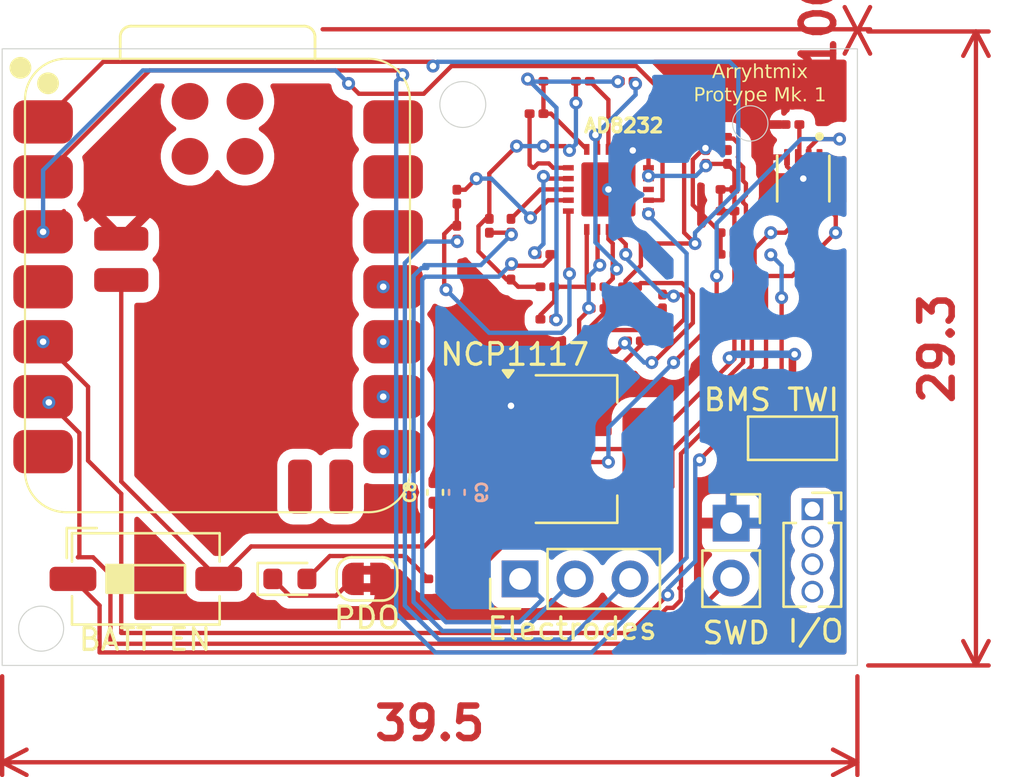
<source format=kicad_pcb>
(kicad_pcb (version 20241229) (generator "pcbnew") (generator_version "9.0")
  (layers (0 "F.Cu" signal) (4 "In1.Cu" signal) (6 "In2.Cu" signal) (2 "B.Cu" signal) (13 "F.Paste" user) (15 "B.Paste" user) (5 "F.SilkS" user "F.Silkscreen") (7 "B.SilkS" user "B.Silkscreen") (1 "F.Mask" user) (3 "B.Mask" user) (25 "Edge.Cuts" user))
  (net 0 "")
  (net 1 "Net-(U2-HPSENSE)")
  (net 2 "Net-(U2-HPDRIVE)")
  (net 3 "Net-(U2-RLDFB)")
  (net 4 "Net-(U2-RLD)")
  (net 5 "GND")
  (net 6 "+3V3")
  (net 7 "OUT")
  (net 8 "Net-(C5-Pad2)")
  (net 9 "Net-(U2-OPAMP+)")
  (net 10 "REFOUT")
  (net 11 "Net-(U2-SW)")
  (net 12 "Net-(D1-A)")
  (net 13 "Net-(D1-K)")
  (net 14 "Net-(J2-Pin_2)")
  (net 15 "Net-(J3-Pin_1)")
  (net 16 "Net-(J3-Pin_3)")
  (net 17 "Net-(R1-Pad1)")
  (net 18 "Net-(U2--IN)")
  (net 19 "Net-(U2-+IN)")
  (net 20 "Net-(R15-Pad1)")
  (net 21 "Net-(U2-OPAMP-)")
  (net 22 "BAT")
  (net 24 "LO+")
  (net 26 "LO-")
  (net 37 "Net-(J3-Pin_2)")
  (net 38 "Net-(JP2-B)")
  (net 39 "Net-(JP2-A)")
  (net 40 "SCL")
  (net 41 "SDA")
  (net 43 "Net-(J1-Pin_1)")
  (net 44 "Net-(J1-Pin_3)")
  (net 45 "Net-(J1-Pin_2)")
  (net 46 "Net-(J1-Pin_4)")
  (footprint "Resistor_SMD:R_0201_0603Metric" (layer "F.Cu") (at 141 53)
    (property "Reference" "R12" (hide yes))
    (property "Value" "100 kΩ")
  )
  (footprint "Resistor_SMD:R_0201_0603Metric" (layer "F.Cu") (at 147 48.5)
    (property "Reference" "R17" (hide yes))
    (property "Value" "0")
  )
  (footprint "AD8232:LFCSP_20" (layer "F.Cu") (at 141.5 46.5)
    (property "Reference" "U2" (hide yes))
    (property "Value" "AD8232")
    (property "VALUE" "AD8232ACPZ-R7" (hide yes))
  )
  (footprint "Capacitor_SMD:C_0402_1005Metric" (layer "F.Cu") (at 133.5 60.5 90)
    (property "Reference" "C8")
    (property "Value" "10 uF")
  )
  (footprint "Resistor_SMD:R_0201_0603Metric" (layer "F.Cu") (at 136 48.18 -90)
    (property "Reference" "R1" (hide yes))
    (property "Value" "10 mΩ")
  )
  (footprint "Resistor_SMD:R_0201_0603Metric" (layer "F.Cu") (at 137 50.345 90)
    (property "Reference" "R4" (hide yes))
    (property "Value" "10 mΩ")
  )
  (footprint "Capacitor_SMD:C_0201_0603Metric" (layer "F.Cu") (at 134.5 46.835 -90)
    (property "Reference" "C2" (hide yes))
    (property "Value" "1 nF")
  )
  (footprint "Resistor_SMD:R_0201_0603Metric" (layer "F.Cu") (at 138.5 49.5 180)
    (property "Reference" "R3" (hide yes))
    (property "Value" "180 kΩ")
  )
  (footprint "Jumper:SolderJumper-2_P1.3mm_Bridged2Bar_RoundedPad1.0x1.5mm" (layer "F.Cu") (at 130.35 64.5 180)
    (property "Reference" "PDO")
    (property "Value" "SolderJumper_2_Bridged")
  )
  (footprint "Resistor_SMD:R_0201_0603Metric" (layer "F.Cu") (at 138.68 52.5)
    (property "Reference" "R16" (hide yes))
    (property "Value" "1.4 mΩ")
  )
  (footprint "Resistor_SMD:R_0201_0603Metric" (layer "F.Cu") (at 147 46.5)
    (property "Reference" "R18" (hide yes))
    (property "Value" "DNP")
  )
  (footprint "Capacitor_SMD:C_0201_0603Metric" (layer "F.Cu") (at 142.5 51)
    (property "Reference" "C5" (hide yes))
    (property "Value" "1.5 nF")
  )
  (footprint "Resistor_SMD:R_0201_0603Metric" (layer "F.Cu") (at 144 51.68 -90)
    (property "Reference" "R9" (hide yes))
    (property "Value" "1 mΩ")
  )
  (footprint "Connector_PinSocket_1.27mm:PinSocket_1x04_P1.27mm_Vertical" (layer "F.Cu") (at 150.92 61.28)
    (property "Reference" "J1" (hide yes))
    (property "Value" "Conn_01x04_Socket")
  )
  (footprint "Resistor_SMD:R_0201_0603Metric" (layer "F.Cu") (at 140.32 41.5 180)
    (property "Reference" "R10" (hide yes))
    (property "Value" "0")
  )
  (footprint "Resistor_SMD:R_0201_0603Metric" (layer "F.Cu") (at 133.5 64.5)
    (property "Reference" "R19" (hide yes))
    (property "Value" "1k")
  )
  (footprint "Button_Switch_SMD:SW_DIP_SPSTx01_Slide_6.7x4.1mm_W6.73mm_P2.54mm_LowProfile_JPin" (layer "F.Cu") (at 120.135 64.5)
    (property "Reference" "SW1" (hide yes))
    (property "Value" "Battery")
  )
  (footprint "Resistor_SMD:R_0201_0603Metric" (layer "F.Cu") (at 137 48.18 90)
    (property "Reference" "R2" (hide yes))
    (property "Value" "180 kΩ")
  )
  (footprint "Capacitor_SMD:C_0201_0603Metric" (layer "F.Cu") (at 150 43.5)
    (property "Reference" "C10" (hide yes))
    (property "Value" "0.1 uF")
  )
  (footprint "Resistor_SMD:R_0201_0603Metric" (layer "F.Cu") (at 147 49.5 180)
    (property "Reference" "R7" (hide yes))
    (property "Value" "10 mΩ")
  )
  (footprint "LED_SMD:LED_0603_1608Metric" (layer "F.Cu") (at 126.7875 64.5)
    (property "Reference" "D1" (hide yes))
    (property "Value" "LED")
  )
  (footprint "Capacitor_SMD:C_0201_0603Metric" (layer "F.Cu") (at 141 52 180)
    (property "Reference" "C6" (hide yes))
    (property "Value" "10 nF")
  )
  (footprint "Resistor_SMD:R_0201_0603Metric" (layer "F.Cu") (at 142.68 53.5)
    (property "Reference" "R13" (hide yes))
    (property "Value" "1 mΩ")
  )
  (footprint "Resistor_SMD:R_0201_0603Metric" (layer "F.Cu") (at 141 54 180)
    (property "Reference" "R14" (hide yes))
    (property "Value" "1 mΩ")
  )
  (footprint "Resistor_SMD:R_0201_0603Metric" (layer "F.Cu") (at 138.18 41.5 180)
    (property "Reference" "R5" (hide yes))
    (property "Value" "10 mΩ")
  )
  (footprint "Capacitor_SMD:C_0201_0603Metric" (layer "F.Cu") (at 147 45 -90)
    (property "Reference" "C4" (hide yes))
    (property "Value" "0.1 uF")
  )
  (footprint "Capacitor_SMD:C_0201_0603Metric" (layer "F.Cu") (at 141 51)
    (property "Reference" "C7" (hide yes))
    (property "Value" "0.33 uF")
  )
  (footprint "Connector_PinHeader_2.54mm:PinHeader_1x03_P2.54mm_Vertical" (layer "F.Cu") (at 137.42 64.5 90)
    (property "Reference" "J3" (hide yes))
    (property "Value" "Conn_01x03_Pin")
  )
  (footprint "Capacitor_SMD:C_0201_0603Metric" (layer "F.Cu") (at 138.18 43)
    (property "Reference" "C1" (hide yes))
    (property "Value" "0.33 uF")
  )
  (footprint "Resistor_SMD:R_0201_0603Metric" (layer "F.Cu") (at 147 47.5)
    (property "Reference" "R6" (hide yes))
    (property "Value" "10 mΩ")
  )
  (footprint "Resistor_SMD:R_0201_0603Metric" (layer "F.Cu") (at 134.5 48.5 90)
    (property "Reference" "R8" (hide yes))
    (property "Value" "360 k")
  )
  (footprint "Package_TO_SOT_SMD:SOT-223-3_TabPin2" (layer "F.Cu") (at 140 58.5)
    (property "Reference" "U3" (hide yes))
    (property "Value" "NCP1117")
  )
  (footprint "Capacitor_SMD:C_0201_0603Metric" (layer "F.Cu") (at 146 45 -90)
    (property "Reference" "C3" (hide yes))
    (property "Value" "0.1 uF")
  )
  (footprint "Resistor_SMD:R_0201_0603Metric" (layer "F.Cu") (at 138.68 51)
    (property "Reference" "R11" (hide yes))
    (property "Value" "DNP")
  )
  (footprint "Connector_PinSocket_2.54mm:PinSocket_1x02_P2.54mm_Vertical" (layer "F.Cu") (at 147.17 61.92)
    (property "Reference" "J2" (hide yes))
    (property "Value" "Conn_01x02_Socket")
  )
  (footprint "Resistor_SMD:R_0201_0603Metric" (layer "F.Cu") (at 142.345 41.5)
    (property "Reference" "R15" (hide yes))
    (property "Value" "10 mΩ")
  )
  (footprint "Jumper:SolderJumper-3_P1.3mm_Open_Pad1.0x1.5mm_NumberLabels" (layer "F.Cu") (at 150 58)
    (property "Reference" "BMS TWI")
    (property "Value" "SolderJumper_3_Bridged123")
  )
  (footprint "Seeed Studio XIAO Series Library:XIAO-nRF52840-SMD" (layer "F.Cu") (at 123.5 51)
    (property "Reference" "U1" (hide yes))
    (property "Value" "XIAO-nRF52840-SMD")
  )
  (footprint "MAX17048G_T10:SON50P200X200X80-9N" (layer "F.Cu") (at 150.5 46 -90)
    (property "Reference" "U4" (hide yes))
    (property "Value" "MAX17048G_T10")
  )
  (footprint "Capacitor_SMD:C_0402_1005Metric" (layer "B.Cu") (at 134.5 60.5 90)
    (property "Reference" "C9")
    (property "Value" "10 uF")
  )
  (gr_circle (center 115.3 66.8) (end 114.825 65.875) (stroke (width 0.05)) (fill no) (layer "Edge.Cuts"))
  (gr_rect (start 113.5 40) (end 153 68.5) (stroke (width 0.05)) (fill no) (layer "Edge.Cuts"))
  (gr_circle (center 148.05 43.45) (end 147.3 43.125) (stroke (width 0.05)) (fill no) (layer "Edge.Cuts"))
  (gr_circle (center 134.775 42.575) (end 135.825 42.425) (stroke (width 0.05)) (fill no) (layer "Edge.Cuts"))
  (gr_text "BATT EN\n" (at 120.1 67.3 0) (layer "F.SilkS") (effects (font (size 1 1))))
  (gr_text "Electrodes\n" (at 139.825 66.8 0) (layer "F.SilkS") (effects (font (size 1 1))))
  (gr_text "Arryhtmix\nProtype Mk. 1\n" (at 148.5 41.625 0) (layer "F.SilkS") (effects (font (size 0.64 0.64))))
  (gr_text "SWD\n" (at 147.4 67 0) (layer "F.SilkS") (effects (font (size 1 1))))
  (gr_text "I/O\n\n" (at 151.075 67.725 0) (layer "F.SilkS") (effects (font (size 1 1))))
  (dimension (type orthogonal) (layer "F.Cu") (pts (xy 127.802524 39.099476) (xy 153 39.2)) (height 25.197476) (orientation 1) (format (prefix "") (suffix "") (units 3) (units_format 0) (precision 4) (suppress_zeroes yes)) (style (thickness 0.2) (arrow_length 1.27) (text_position_mode 0) (arrow_direction outward) (extension_height 0.58642) (extension_offset 0.5) (keep_text_aligned yes)) (gr_text "0.1005" (at 151.2 39.149738 90) (layer "F.Cu") (effects (font (size 1.5 1.5) (thickness 0.3)))))
  (dimension (type orthogonal) (layer "F.Cu") (pts (xy 153 68.5) (xy 153 39.2)) (height 5.475) (orientation 1) (format (prefix "") (suffix "") (units 3) (units_format 0) (precision 4) (suppress_zeroes yes)) (style (thickness 0.2) (arrow_length 1.27) (text_position_mode 0) (arrow_direction outward) (extension_height 0.58642) (extension_offset 0.5) (keep_text_aligned yes)) (gr_text "29.3" (at 156.675 53.85 90) (layer "F.Cu") (effects (font (size 1.5 1.5) (thickness 0.3)))))
  (dimension (type orthogonal) (layer "F.Cu") (pts (xy 153 68.5) (xy 113.5 68.5)) (height 4.475) (orientation 0) (format (prefix "") (suffix "") (units 3) (units_format 0) (precision 4) (suppress_zeroes yes)) (style (thickness 0.2) (arrow_length 1.27) (text_position_mode 0) (arrow_direction outward) (extension_height 0.58642) (extension_offset 0.5) (keep_text_aligned yes)) (gr_text "39.5" (at 133.25 71.175 0) (layer "F.Cu") (effects (font (size 1.5 1.5) (thickness 0.3)))))
  (segment (start 138.85 43) (end 140.5 44.65) (width 0.2) (layer "F.Cu") (net 1))
  (segment (start 138.5 41.5) (end 138.5 43) (width 0.2) (layer "F.Cu") (net 1))
  (segment (start 138.5 43) (end 138.85 43) (width 0.2) (layer "F.Cu") (net 1))
  (segment (start 138.251057 45.299) (end 138.748943 45.299) (width 0.2) (layer "F.Cu") (net 2))
  (segment (start 138.949943 45.5) (end 139.65 45.5) (width 0.2) (layer "F.Cu") (net 2))
  (segment (start 137.86 45.36) (end 138 45.5) (width 0.2) (layer "F.Cu") (net 2))
  (segment (start 137.86 43) (end 137.86 45.36) (width 0.2) (layer "F.Cu") (net 2))
  (segment (start 138.748943 45.299) (end 138.949943 45.5) (width 0.2) (layer "F.Cu") (net 2))
  (segment (start 138.050057 45.5) (end 138.251057 45.299) (width 0.2) (layer "F.Cu") (net 2))
  (segment (start 138 45.5) (end 138.050057 45.5) (width 0.2) (layer "F.Cu") (net 2))
  (segment (start 137.9 47.808528) (end 138.708528 47) (width 0.2) (layer "F.Cu") (net 3))
  (segment (start 134.885 46.515) (end 135.4 46) (width 0.2) (layer "F.Cu") (net 3))
  (segment (start 134.5 46.515) (end 134.885 46.515) (width 0.2) (layer "F.Cu") (net 3))
  (segment (start 138.708528 47) (end 139.65 47) (width 0.2) (layer "F.Cu") (net 3))
  (via (at 137.9 47.808528) (size 0.6) (drill 0.3) (layers "F.Cu" "B.Cu") (net 3))
  (via (at 135.4 46) (size 0.6) (drill 0.3) (layers "F.Cu" "B.Cu") (net 3))
  (segment (start 136.091472 46) (end 137.9 47.808528) (width 0.2) (layer "B.Cu") (net 3))
  (segment (start 135.4 46) (end 136.091472 46) (width 0.2) (layer "B.Cu") (net 3))
  (segment (start 139.65 50.349) (end 139.701 50.4) (width 0.2) (layer "F.Cu") (net 4))
  (segment (start 133.916958 51.050508) (end 133.916958 48.563043) (width 0.2) (layer "F.Cu") (net 4))
  (segment (start 134 51.13355) (end 133.916958 51.050508) (width 0.2) (layer "F.Cu") (net 4))
  (segment (start 134.300001 48.18) (end 134.5 48.18) (width 0.2) (layer "F.Cu") (net 4))
  (segment (start 134.5 47.155) (end 134.5 48.18) (width 0.2) (layer "F.Cu") (net 4))
  (segment (start 139.65 47.5) (end 139.65 50.349) (width 0.2) (layer "F.Cu") (net 4))
  (segment (start 133.916958 48.563043) (end 134.300001 48.18) (width 0.2) (layer "F.Cu") (net 4))
  (via (at 139.701 50.4) (size 0.6) (drill 0.3) (layers "F.Cu" "B.Cu") (net 4))
  (via (at 134 51.13355) (size 0.6) (drill 0.3) (layers "F.Cu" "B.Cu") (net 4))
  (segment (start 139.338943 53.125884) (end 135.992334 53.125884) (width 0.2) (layer "B.Cu") (net 4))
  (segment (start 135.992334 53.125884) (end 134 51.13355) (width 0.2) (layer "B.Cu") (net 4))
  (segment (start 139.701 52.763827) (end 139.338943 53.125884) (width 0.2) (layer "B.Cu") (net 4))
  (segment (start 139.701 50.4) (end 139.701 52.763827) (width 0.2) (layer "B.Cu") (net 4))
  (segment (start 149.75 45.436842) (end 150.313158 46) (width 0.2) (layer "F.Cu") (net 5))
  (segment (start 151.25 45.436842) (end 150.686842 46) (width 0.2) (layer "F.Cu") (net 5))
  (segment (start 145.93013 44.59) (end 145.982042 44.59) (width 0.2) (layer "F.Cu") (net 5))
  (segment (start 136.85 56.2) (end 136.85 56.35) (width 0.2) (layer "F.Cu") (net 5))
  (segment (start 150.686842 46) (end 150.5 46) (width 0.2) (layer "F.Cu") (net 5))
  (segment (start 136.85 56.35) (end 137 56.5) (width 0.2) (layer "F.Cu") (net 5))
  (segment (start 151.25 45.015) (end 151.25 45.436842) (width 0.2) (layer "F.Cu") (net 5))
  (segment (start 150.313158 46) (end 150.5 46) (width 0.2) (layer "F.Cu") (net 5))
  (segment (start 142.5 45.5) (end 142.5 44.65) (width 0.2) (layer "F.Cu") (net 5))
  (segment (start 141.5 46.5) (end 142.5 45.5) (width 0.2) (layer "F.Cu") (net 5))
  (segment (start 149.75 45.015) (end 149.75 45.436842) (width 0.2) (layer "F.Cu") (net 5))
  (segment (start 150.5 46.207092) (end 150.239 46.468092) (width 0.35) (layer "F.Cu") (net 5))
  (segment (start 145.398912 47.218912) (end 145.398912 45.121218) (width 0.2) (layer "F.Cu") (net 5))
  (segment (start 146.68 49.5) (end 146.68 48.5) (width 0.2) (layer "F.Cu") (net 5))
  (segment (start 145.398912 45.121218) (end 145.93013 44.59) (width 0.2) (layer "F.Cu") (net 5))
  (segment (start 146.68 48.5) (end 145.398912 47.218912) (width 0.2) (layer "F.Cu") (net 5))
  (segment (start 150.5 46) (end 150.5 46.207092) (width 0.35) (layer "F.Cu") (net 5))
  (via (at 142.625002 44.699) (size 0.6) (drill 0.3) (layers "F.Cu" "B.Cu") (net 5))
  (via (at 137 56.5) (size 0.6) (drill 0.3) (layers "F.Cu" "B.Cu") (net 5))
  (via (at 141.5 46.5) (size 0.6) (drill 0.3) (layers "F.Cu" "B.Cu") (net 5))
  (via (at 150.5 46) (size 0.6) (drill 0.3) (layers "F.Cu" "B.Cu") (net 5))
  (via (at 145.982042 44.59) (size 0.6) (drill 0.3) (layers "F.Cu" "B.Cu") (net 5))
  (segment (start 147.32 49.5) (end 147.32 47.5) (width 0.2) (layer "F.Cu") (net 6))
  (segment (start 147.32 46.5) (end 147.32 45.64) (width 0.2) (layer "F.Cu") (net 6))
  (segment (start 146.68 46.5) (end 147.32 46.5) (width 0.2) (layer "F.Cu") (net 6))
  (segment (start 147.32 45.64) (end 147 45.32) (width 0.2) (layer "F.Cu") (net 6))
  (segment (start 142 44.65) (end 142 44.173) (width 0.2) (layer "F.Cu") (net 6))
  (segment (start 143.35 45.5) (end 143.35 46) (width 0.2) (layer "F.Cu") (net 6))
  (segment (start 147.32 54.33) (end 147.32 49.5) (width 0.2) (layer "F.Cu") (net 6))
  (segment (start 142.926 44.099) (end 143.35 44.523) (width 0.2) (layer "F.Cu") (net 6))
  (segment (start 136.85 58.63) (end 136.85 58.5) (width 0.2) (layer "F.Cu") (net 6))
  (segment (start 143.35 45.5) (end 143.35 45.874998) (width 0.2) (layer "F.Cu") (net 6))
  (segment (start 143.15 58.5) (end 147.32 54.33) (width 0.2) (layer "F.Cu") (net 6))
  (segment (start 142.074 44.099) (end 142.926 44.099) (width 0.2) (layer "F.Cu") (net 6))
  (segment (start 147 45.32) (end 146 45.32) (width 0.2) (layer "F.Cu") (net 6))
  (segment (start 134.5 60.98) (end 136.85 58.63) (width 0.2) (layer "F.Cu") (net 6))
  (segment (start 150 54.22) (end 150.1 54.12) (width 0.35) (layer "F.Cu") (net 6))
  (segment (start 141.5 42.36) (end 141.5 44.65) (width 0.2) (layer "F.Cu") (net 6))
  (segment (start 146.68 47.5) (end 146.68 46.5) (width 0.2) (layer "F.Cu") (net 6))
  (segment (start 150 58) (end 150 54.22) (width 0.35) (layer "F.Cu") (net 6))
  (segment (start 146.68 47.5) (end 147.32 47.5) (width 0.2) (layer "F.Cu") (net 6))
  (segment (start 147.32 47.5) (end 147.32 46.5) (width 0.2) (layer "F.Cu") (net 6))
  (segment (start 140.64 41.5) (end 141.5 42.36) (width 0.2) (layer "F.Cu") (net 6))
  (segment (start 141.5 44.65) (end 142 44.65) (width 0.2) (layer "F.Cu") (net 6))
  (segment (start 143.15 58.5) (end 136.85 58.5) (width 0.2) (layer "F.Cu") (net 6))
  (segment (start 142 44.173) (end 142.074 44.099) (width 0.2) (layer "F.Cu") (net 6))
  (segment (start 143.35 44.523) (end 143.35 45.5) (width 0.2) (layer "F.Cu") (net 6))
  (via (at 143.35 45.874998) (size 0.6) (drill 0.3) (layers "F.Cu" "B.Cu") (net 6))
  (via (at 147.079785 54.288785) (size 0.6) (drill 0.3) (layers "F.Cu" "B.Cu") (net 6))
  (via (at 150.1 54.12) (size 0.6) (drill 0.3) (layers "F.Cu" "B.Cu") (net 6))
  (via (at 145.999912 45.41) (size 0.6) (drill 0.3) (layers "F.Cu" "B.Cu") (net 6))
  (segment (start 145.534914 45.874998) (end 145.999912 45.41) (width 0.2) (layer "B.Cu") (net 6))
  (segment (start 147.24857 54.12) (end 147.079785 54.288785) (width 0.35) (layer "B.Cu") (net 6))
  (segment (start 143.35 45.874998) (end 145.534914 45.874998) (width 0.2) (layer "B.Cu") (net 6))
  (segment (start 150.1 54.12) (end 147.24857 54.12) (width 0.35) (layer "B.Cu") (net 6))
  (segment (start 145.733099 43.989) (end 144.997912 44.724187) (width 0.2) (layer "F.Cu") (net 7))
  (segment (start 147.721 49.89887) (end 147.851 49.76887) (width 0.2) (layer "F.Cu") (net 7))
  (segment (start 147.851 47.23113) (end 147.721 47.10113) (width 0.2) (layer "F.Cu") (net 7))
  (segment (start 142.18 51) (end 142.289 50.891) (width 0.2) (layer "F.Cu") (net 7))
  (segment (start 144.997912 44.724187) (end 144.997912 48.497912) (width 0.2) (layer "F.Cu") (net 7))
  (segment (start 147.10887 43.989) (end 145.733099 43.989) (width 0.2) (layer "F.Cu") (net 7))
  (segment (start 144.997912 48.497912) (end 145.5 49) (width 0.2) (layer "F.Cu") (net 7))
  (segment (start 142.304971 60.695029) (end 142.310942 60.701) (width 0.2) (layer "F.Cu") (net 7))
  (segment (start 133.82 64.5) (end 135.106008 64.5) (width 0.2) (layer "F.Cu") (net 7))
  (segment (start 147.851 48.76887) (end 147.851 48.23113) (width 0.2) (layer "F.Cu") (net 7))
  (segment (start 144.451 58.549) (end 146.5 56.5) (width 0.2) (layer "F.Cu") (net 7))
  (segment (start 146.5 56.5) (end 146.5 55.7171) (width 0.2) (layer "F.Cu") (net 7))
  (segment (start 147.47987 45) (end 147.501 44.97887) (width 0.2) (layer "F.Cu") (net 7))
  (segment (start 142 61) (end 142.304971 60.695029) (width 0.2) (layer "F.Cu") (net 7))
  (segment (start 138.606008 61) (end 142 61) (width 0.2) (layer "F.Cu") (net 7))
  (segment (start 142.18 51.199999) (end 142.18 51) (width 0.2) (layer "F.Cu") (net 7))
  (segment (start 147.721 46.89887) (end 147.851 46.76887) (width 0.2) (layer "F.Cu") (net 7))
  (segment (start 142.289 50.73113) (end 143 50.02013) (width 0.2) (layer "F.Cu") (net 7))
  (segment (start 143 49) (end 143 48.85) (width 0.2) (layer "F.Cu") (net 7))
  (segment (start 147.721 48.10113) (end 147.721 47.89887) (width 0.2) (layer "F.Cu") (net 7))
  (segment (start 147.26887 44.149) (end 146.94887 44.149) (width 0.2) (layer "F.Cu") (net 7))
  (segment (start 147.851 48.23113) (end 147.721 48.10113) (width 0.2) (layer "F.Cu") (net 7))
  (segment (start 144 52) (end 142.980001 52) (width 0.2) (layer "F.Cu") (net 7))
  (segment (start 133.399 40.601) (end 133.399 40.8) (width 0.2) (layer "F.Cu") (net 7))
  (segment (start 147.851 46.76887) (end 147.851 46.23113) (width 0.2) (layer "F.Cu") (net 7))
  (segment (start 144.451 60.239058) (end 144.451 58.549) (width 0.2) (layer "F.Cu") (net 7))
  (segment (start 143 50.02013) (end 143 49) (width 0.2) (layer "F.Cu") (net 7))
  (segment (start 143.989058 60.701) (end 144.451 60.239058) (width 0.2) (layer "F.Cu") (net 7))
  (segment (start 142.310942 60.701) (end 143.989058 60.701) (width 0.2) (layer "F.Cu") (net 7))
  (segment (start 147.721 54.4961) (end 147.721 49.89887) (width 0.2) (layer "F.Cu") (net 7))
  (segment (start 146.5 55.7171) (end 147.721 54.4961) (width 0.2) (layer "F.Cu") (net 7))
  (segment (start 147.501 45.02113) (end 147.47987 45) (width 0.2) (layer "F.Cu") (net 7))
  (segment (start 147.501 44.97887) (end 147.501 44.38113) (width 0.2) (layer "F.Cu") (net 7))
  (segment (start 145.5 49) (end 143 49) (width 0.2) (layer "F.Cu") (net 7))
  (segment (start 146.94887 44.149) (end 147.10887 43.989) (width 0.2) (layer "F.Cu") (net 7))
  (segment (start 142.980001 52) (end 142.18 51.199999) (width 0.2) (layer "F.Cu") (net 7))
  (segment (start 143 48.85) (end 142.5 48.35) (width 0.2) (layer "F.Cu") (net 7))
  (segment (start 147.721 48.89887) (end 147.851 48.76887) (width 0.2) (layer "F.Cu") (net 7))
  (segment (start 147.721 47.10113) (end 147.721 46.89887) (width 0.2) (layer "F.Cu") (net 7))
  (segment (start 147.721 47.89887) (end 147.851 47.76887) (width 0.2) (layer "F.Cu") (net 7))
  (segment (start 147.721 45.4739) (end 147.501 45.2539) (width 0.2) (layer "F.Cu") (net 7))
  (segment (start 147.851 49.76887) (end 147.851 49.23113) (width 0.2) (layer "F.Cu") (net 7))
  (segment (start 142.289 50.891) (end 142.289 50.73113) (width 0.2) (layer "F.Cu") (net 7))
  (segment (start 147.851 49.23113) (end 147.721 49.10113) (width 0.2) (layer "F.Cu") (net 7))
  (segment (start 135.106008 64.5) (end 138.606008 61) (width 0.2) (layer "F.Cu") (net 7))
  (segment (start 147.851 46.23113) (end 147.721 46.10113) (width 0.2) (layer "F.Cu") (net 7))
  (segment (start 115.39 43.38) (end 118.169 40.601) (width 0.2) (layer "F.Cu") (net 7))
  (segment (start 147.501 45.2539) (end 147.501 45.02113) (width 0.2) (layer "F.Cu") (net 7))
  (segment (start 147.501 44.38113) (end 147.26887 44.149) (width 0.2) (layer "F.Cu") (net 7))
  (segment (start 147.721 49.10113) (end 147.721 48.89887) (width 0.2) (layer "F.Cu") (net 7))
  (segment (start 147.721 46.10113) (end 147.721 45.4739) (width 0.2) (layer "F.Cu") (net 7))
  (segment (start 147.851 47.76887) (end 147.851 47.23113) (width 0.2) (layer "F.Cu") (net 7))
  (segment (start 118.169 40.601) (end 133.399 40.601) (width 0.2) (layer "F.Cu") (net 7))
  (via (at 145.5 49) (size 0.6) (drill 0.3) (layers "F.Cu" "B.Cu") (net 7))
  (via (at 133.399 40.8) (size 0.6) (drill 0.3) (layers "F.Cu" "B.Cu") (net 7))
  (segment (start 145.5 48.5) (end 145.5 49) (width 0.2) (layer "B.Cu") (net 7))
  (segment (start 147.5 46.5) (end 145.5 48.5) (width 0.2) (layer "B.Cu") (net 7))
  (segment (start 133.598 40.601) (end 147.101 40.601) (width 0.2) (layer "B.Cu") (net 7))
  (segment (start 133.399 40.8) (end 133.598 40.601) (width 0.2) (layer "B.Cu") (net 7))
  (segment (start 147.5 41) (end 147.5 46.5) (width 0.2) (layer "B.Cu") (net 7))
  (segment (start 147.101 40.601) (end 147.5 41) (width 0.2) (layer "B.Cu") (net 7))
  (segment (start 143.5671 54.5) (end 143.5 54.5) (width 0.2) (layer "F.Cu") (net 8))
  (segment (start 141.32 54) (end 141.86 54) (width 0.2) (layer "F.Cu") (net 8))
  (segment (start 142.991 50.829) (end 144.8961 50.829) (width 0.2) (layer "F.Cu") (net 8))
  (segment (start 145.401 51.3339) (end 145.401 52.6661) (width 0.2) (layer "F.Cu") (net 8))
  (segment (start 142.82 51) (end 142.991 50.829) (width 0.2) (layer "F.Cu") (net 8))
  (segment (start 145.401 52.6661) (end 143.5671 54.5) (width 0.2) (layer "F.Cu") (net 8))
  (segment (start 141.86 54) (end 142.36 53.5) (width 0.2) (layer "F.Cu") (net 8))
  (segment (start 144.8961 50.829) (end 145.401 51.3339) (width 0.2) (layer "F.Cu") (net 8))
  (via (at 143.5 54.5) (size 0.6) (drill 0.3) (layers "F.Cu" "B.Cu") (net 8))
  (via (at 142.251472 53.6) (size 0.6) (drill 0.3) (layers "F.Cu" "B.Cu") (net 8))
  (segment (start 143.5 54.5) (end 143.151472 54.5) (width 0.2) (layer "B.Cu") (net 8))
  (segment (start 143.151472 54.5) (end 142.251472 53.6) (width 0.2) (layer "B.Cu") (net 8))
  (segment (start 141 48.35) (end 141 49.9) (width 0.2) (layer "F.Cu") (net 9))
  (segment (start 140.38013 54.5) (end 142.199999 54.5) (width 0.2) (layer "F.Cu") (net 9))
  (segment (start 143 53.699999) (end 143 53.5) (width 0.2) (layer "F.Cu") (net 9))
  (segment (start 141 49.9) (end 141.1 50) (width 0.2) (layer "F.Cu") (net 9))
  (segment (start 140.68 52) (end 140.149 52.531) (width 0.2) (layer "F.Cu") (net 9))
  (segment (start 140.149 52.531) (end 140.149 54.26887) (width 0.2) (layer "F.Cu") (net 9))
  (segment (start 142.199999 54.5) (end 143 53.699999) (width 0.2) (layer "F.Cu") (net 9))
  (segment (start 140.149 54.26887) (end 140.38013 54.5) (width 0.2) (layer "F.Cu") (net 9))
  (via (at 140.59 51.975116) (size 0.6) (drill 0.3) (layers "F.Cu" "B.Cu") (net 9))
  (via (at 141.1 50) (size 0.6) (drill 0.3) (layers "F.Cu" "B.Cu") (net 9))
  (segment (start 141.1 50) (end 140.59 50.51) (width 0.2) (layer "B.Cu") (net 9))
  (segment (start 140.59 50.51) (end 140.59 51.975116) (width 0.2) (layer "B.Cu") (net 9))
  (segment (start 141.701 50.619) (end 141.701 49.001) (width 0.2) (layer "F.Cu") (net 10))
  (segment (start 141 44.082418) (end 141 44.65) (width 0.2) (layer "F.Cu") (net 10))
  (segment (start 141.5 48.8) (end 141.5 48.35) (width 0.2) (layer "F.Cu") (net 10))
  (segment (start 142.665 41.529816) (end 142.754903 41.619719) (width 0.2) (layer "F.Cu") (net 10))
  (segment (start 140.9 43.982418) (end 141 44.082418) (width 0.2) (layer "F.Cu") (net 10))
  (segment (start 141.701 49.001) (end 141.5 48.8) (width 0.2) (layer "F.Cu") (net 10))
  (segment (start 140.68 52.84013) (end 140.68 54) (width 0.2) (layer "F.Cu") (net 10))
  (segment (start 141.32 52) (end 141.32 52.20013) (width 0.2) (layer "F.Cu") (net 10))
  (segment (start 141.32 51) (end 141.701 50.619) (width 0.2) (layer "F.Cu") (net 10))
  (segment (start 142.665 41.5) (end 142.665 41.529816) (width 0.2) (layer "F.Cu") (net 10))
  (segment (start 141.32 52) (end 141.32 51) (width 0.2) (layer "F.Cu") (net 10))
  (segment (start 141.32 52.20013) (end 140.68 52.84013) (width 0.2) (layer "F.Cu") (net 10))
  (via (at 140.9 43.982418) (size 0.6) (drill 0.3) (layers "F.Cu" "B.Cu") (net 10))
  (via (at 141.879497 50.179956) (size 0.6) (drill 0.3) (layers "F.Cu" "B.Cu") (net 10))
  (via (at 142.754903 41.619719) (size 0.6) (drill 0.3) (layers "F.Cu" "B.Cu") (net 10))
  (segment (start 141.879497 49.929554) (end 141.879497 50.179956) (width 0.2) (layer "B.Cu") (net 10))
  (segment (start 142.754903 42.127515) (end 140.9 43.982418) (width 0.2) (layer "B.Cu") (net 10))
  (segment (start 140.9 43.982418) (end 140.9 48.950057) (width 0.2) (layer "B.Cu") (net 10))
  (segment (start 140.9 48.950057) (end 141.879497 49.929554) (width 0.2) (layer "B.Cu") (net 10))
  (segment (start 142.754903 41.619719) (end 142.754903 42.127515) (width 0.2) (layer "B.Cu") (net 10))
  (segment (start 140.5 50.82) (end 140.5 48.35) (width 0.2) (layer "F.Cu") (net 11))
  (segment (start 140.68 51) (end 140.5 50.82) (width 0.2) (layer "F.Cu") (net 11))
  (segment (start 138.36 52.300001) (end 139 51.660001) (width 0.2) (layer "F.Cu") (net 11))
  (segment (start 138.36 52.5) (end 138.36 52.300001) (width 0.2) (layer "F.Cu") (net 11))
  (segment (start 139 51.660001) (end 139 51) (width 0.2) (layer "F.Cu") (net 11))
  (segment (start 140.68 51) (end 139 51) (width 0.2) (layer "F.Cu") (net 11))
  (segment (start 128.631 63.444) (end 132.124 63.444) (width 0.2) (layer "F.Cu") (net 12))
  (segment (start 127.575 64.5) (end 128.631 63.444) (width 0.2) (layer "F.Cu") (net 12))
  (segment (start 132.124 63.444) (end 133.18 64.5) (width 0.2) (layer "F.Cu") (net 12))
  (segment (start 126.776 65.276) (end 128.924 65.276) (width 0.2) (layer "F.Cu") (net 13))
  (segment (start 126 64.5) (end 126.776 65.276) (width 0.2) (layer "F.Cu") (net 13))
  (segment (start 128.924 65.276) (end 129.7 64.5) (width 0.2) (layer "F.Cu") (net 13))
  (segment (start 146.021 67.899) (end 118 67.899) (width 0.2) (layer "F.Cu") (net 14))
  (segment (start 146.021 67.899) (end 146.021 65.609) (width 0.2) (layer "F.Cu") (net 14))
  (segment (start 118 65.73) (end 116.77 64.5) (width 0.2) (layer "F.Cu") (net 14))
  (segment (start 146.021 65.609) (end 147.17 64.46) (width 0.2) (layer "F.Cu") (net 14))
  (segment (start 118 67.899) (end 118 65.73) (width 0.2) (layer "F.Cu") (net 14))
  (segment (start 137 50.025) (end 138.494999 50.025) (width 0.2) (layer "F.Cu") (net 15))
  (segment (start 138.82 49.699999) (end 138.82 49.5) (width 0.2) (layer "F.Cu") (net 15))
  (segment (start 138.494999 50.025) (end 138.82 49.699999) (width 0.2) (layer "F.Cu") (net 15))
  (via (at 137.027556 49.935) (size 0.6) (drill 0.3) (layers "F.Cu" "B.Cu") (net 15))
  (segment (start 137.3929 66.5) (end 134 66.5) (width 0.2) (layer "B.Cu") (net 15))
  (segment (start 132.901 65.401) (end 132.901 50.6661) (width 0.2) (layer "B.Cu") (net 15))
  (segment (start 134 66.5) (end 132.901 65.401) (width 0.2) (layer "B.Cu") (net 15))
  (segment (start 136.429006 50.53355) (end 137.027556 49.935) (width 0.2) (layer "B.Cu") (net 15))
  (segment (start 132.901 50.6661) (end 133.03355 50.53355) (width 0.2) (layer "B.Cu") (net 15))
  (segment (start 138.44645 65.44645) (end 137.3929 66.5) (width 0.2) (layer "B.Cu") (net 15))
  (segment (start 137.5 64.5) (end 138.44645 65.44645) (width 0.2) (layer "B.Cu") (net 15))
  (segment (start 133.03355 50.53355) (end 136.429006 50.53355) (width 0.2) (layer "B.Cu") (net 15))
  (segment (start 137.42 64.5) (end 137.5 64.5) (width 0.2) (layer "B.Cu") (net 15))
  (via (at 134.517958 48.91) (size 0.6) (drill 0.3) (layers "F.Cu" "B.Cu") (net 16))
  (segment (start 142.5 64.5) (end 139.698 67.302) (width 0.2) (layer "B.Cu") (net 16))
  (segment (start 139.698 67.302) (end 133.6678 67.302) (width 0.2) (layer "B.Cu") (net 16))
  (segment (start 133.09 48.91) (end 134.517958 48.91) (width 0.2) (layer "B.Cu") (net 16))
  (segment (start 132.099 49.901) (end 133.09 48.91) (width 0.2) (layer "B.Cu") (net 16))
  (segment (start 132.099 65.7332) (end 132.099 49.901) (width 0.2) (layer "B.Cu") (net 16))
  (segment (start 133.6678 67.302) (end 132.099 65.7332) (width 0.2) (layer "B.Cu") (net 16))
  (segment (start 136 47.86) (end 135.84013 47.86) (width 0.2) (layer "F.Cu") (net 17))
  (segment (start 135.84013 47.86) (end 135.499 48.20113) (width 0.2) (layer "F.Cu") (net 17))
  (segment (start 138.36 51) (end 137.335 51) (width 0.2) (layer "F.Cu") (net 17))
  (segment (start 138.5 44.5) (end 139.501472 44.5) (width 0.2) (layer "F.Cu") (net 17))
  (segment (start 137.26 44.5) (end 136 45.76) (width 0.2) (layer "F.Cu") (net 17))
  (segment (start 136.800001 50.665) (end 137 50.665) (width 0.2) (layer "F.Cu") (net 17))
  (segment (start 140 42.5) (end 140 41.5) (width 0.2) (layer "F.Cu") (net 17))
  (segment (start 137.335 51) (end 137 50.665) (width 0.2) (layer "F.Cu") (net 17))
  (segment (start 136 47.86) (end 136 45.76) (width 0.2) (layer "F.Cu") (net 17))
  (segment (start 139.501472 44.5) (end 139.701 44.699528) (width 0.2) (layer "F.Cu") (net 17))
  (segment (start 135.499 48.20113) (end 135.499 49.363999) (width 0.2) (layer "F.Cu") (net 17))
  (segment (start 135.499 49.363999) (end 136.800001 50.665) (width 0.2) (layer "F.Cu") (net 17))
  (via (at 138.5 44.5) (size 0.6) (drill 0.3) (layers "F.Cu" "B.Cu") (net 17))
  (via (at 139.701 44.699528) (size 0.6) (drill 0.3) (layers "F.Cu" "B.Cu") (net 17))
  (via (at 140 42.5) (size 0.6) (drill 0.3) (layers "F.Cu" "B.Cu") (net 17))
  (via (at 137.26 44.5) (size 0.6) (drill 0.3) (layers "F.Cu" "B.Cu") (net 17))
  (segment (start 137.26 44.5) (end 138.5 44.5) (width 0.2) (layer "B.Cu") (net 17))
  (segment (start 139.701 44.699528) (end 140 44.400528) (width 0.2) (layer "B.Cu") (net 17))
  (segment (start 140 44.400528) (end 140 42.5) (width 0.2) (layer "B.Cu") (net 17))
  (segment (start 137 47.86) (end 138.36 46.5) (width 0.2) (layer "F.Cu") (net 18))
  (segment (start 138.36 46.5) (end 139.65 46.5) (width 0.2) (layer "F.Cu") (net 18))
  (segment (start 138.6 46) (end 138.5 45.9) (width 0.2) (layer "F.Cu") (net 19))
  (segment (start 139.65 46) (end 138.6 46) (width 0.2) (layer "F.Cu") (net 19))
  (via (at 138.09 49.425) (size 0.6) (drill 0.3) (layers "F.Cu" "B.Cu") (net 19))
  (via (at 138.5 45.9) (size 0.6) (drill 0.3) (layers "F.Cu" "B.Cu") (net 19))
  (segment (start 138.5 45.9) (end 138.5 49.015) (width 0.2) (layer "B.Cu") (net 19))
  (segment (start 138.5 49.015) (end 138.09 49.425) (width 0.2) (layer "B.Cu") (net 19))
  (segment (start 137.86 41.5) (end 137.86 41.489314) (width 0.2) (layer "F.Cu") (net 20))
  (segment (start 139 52.5) (end 139.065116 52.5) (width 0.2) (layer "F.Cu") (net 20))
  (segment (start 137.86 41.489314) (end 137.77 41.399314) (width 0.2) (layer "F.Cu") (net 20))
  (segment (start 139.065116 52.5) (end 139.09 52.524884) (width 0.2) (layer "F.Cu") (net 20))
  (via (at 137.77 41.399314) (size 0.6) (drill 0.3) (layers "F.Cu" "B.Cu") (net 20))
  (via (at 139.09 52.524884) (size 0.6) (drill 0.3) (layers "F.Cu" "B.Cu") (net 20))
  (via (at 141.935 41.517958) (size 0.6) (drill 0.3) (layers "F.Cu" "B.Cu") (net 20))
  (segment (start 137.77 41.399314) (end 137.888644 41.517958) (width 0.2) (layer "B.Cu") (net 20))
  (segment (start 139.101 52.513884) (end 139.101 42.730314) (width 0.2) (layer "B.Cu") (net 20))
  (segment (start 139.09 52.524884) (end 139.101 52.513884) (width 0.2) (layer "B.Cu") (net 20))
  (segment (start 139.101 42.730314) (end 137.77 41.399314) (width 0.2) (layer "B.Cu") (net 20))
  (segment (start 137.888644 41.517958) (end 141.935 41.517958) (width 0.2) (layer "B.Cu") (net 20))
  (segment (start 144.86 51.36) (end 144 51.36) (width 0.2) (layer "F.Cu") (net 21))
  (segment (start 142.301 49.0339) (end 142.301 49.5) (width 0.2) (layer "F.Cu") (net 21))
  (segment (start 142 48.7329) (end 142.301 49.0339) (width 0.2) (layer "F.Cu") (net 21))
  (segment (start 144.5 53) (end 145 52.5) (width 0.2) (layer "F.Cu") (net 21))
  (segment (start 145 52.5) (end 145 51.5) (width 0.2) (layer "F.Cu") (net 21))
  (segment (start 145 51.5) (end 144.86 51.36) (width 0.2) (layer "F.Cu") (net 21))
  (segment (start 141.32 53) (end 144.5 53) (width 0.2) (layer "F.Cu") (net 21))
  (segment (start 142 48.35) (end 142 48.7329) (width 0.2) (layer "F.Cu") (net 21))
  (via (at 144.5096 51.429) (size 0.6) (drill 0.3) (layers "F.Cu" "B.Cu") (net 21))
  (via (at 142.301 49.5) (size 0.6) (drill 0.3) (layers "F.Cu" "B.Cu") (net 21))
  (segment (start 144.069 51.429) (end 144.5096 51.429) (width 0.2) (layer "B.Cu") (net 21))
  (segment (start 142.301 49.661) (end 144.069 51.429) (width 0.2) (layer "B.Cu") (net 21))
  (segment (start 142.301 49.5) (end 142.301 49.661) (width 0.2) (layer "B.Cu") (net 21))
  (segment (start 125 63) (end 133 63) (width 0.2) (layer "F.Cu") (net 22))
  (segment (start 134.081 61.561) (end 133.5 60.98) (width 0.2) (layer "F.Cu") (net 22))
  (segment (start 146.5 52.5106) (end 146.5 50.5) (width 0.2) (layer "F.Cu") (net 22))
  (segment (start 123.5 64.5) (end 119 60) (width 0.2) (layer "F.Cu") (net 22))
  (segment (start 152.174265 44.174265) (end 151.168893 44.174265) (width 0.2) (layer "F.Cu") (net 22))
  (segment (start 144.5106 54.5) (end 146.5 52.5106) (width 0.2) (layer "F.Cu") (net 22))
  (segment (start 150.75 44.593158) (end 150.75 45.015) (width 0.2) (layer "F.Cu") (net 22))
  (segment (start 151.168893 44.174265) (end 150.75 44.593158) (width 0.2) (layer "F.Cu") (net 22))
  (segment (start 136.85 60.8) (end 136.089 61.561) (width 0.2) (layer "F.Cu") (net 22))
  (segment (start 133.5 62.5) (end 133.5 60.98) (width 0.2) (layer "F.Cu") (net 22))
  (segment (start 150.25 45.015) (end 150.75 45.015) (width 0.2) (layer "F.Cu") (net 22))
  (segment (start 150.32 44.945) (end 150.25 45.015) (width 0.2) (layer "F.Cu") (net 22))
  (segment (start 150.32 43.5) (end 150.32 44.945) (width 0.2) (layer "F.Cu") (net 22))
  (segment (start 119 60) (end 119 50.6865) (width 0.2) (layer "F.Cu") (net 22))
  (segment (start 123.5 64.5) (end 125 63) (width 0.2) (layer "F.Cu") (net 22))
  (segment (start 136.089 61.561) (end 134.081 61.561) (width 0.2) (layer "F.Cu") (net 22))
  (segment (start 138.55 59.1) (end 141.5 59.1) (width 0.2) (layer "F.Cu") (net 22))
  (segment (start 133 63) (end 133.5 62.5) (width 0.2) (layer "F.Cu") (net 22))
  (segment (start 136.85 60.8) (end 138.55 59.1) (width 0.2) (layer "F.Cu") (net 22))
  (via (at 146.5 50.5) (size 0.6) (drill 0.3) (layers "F.Cu" "B.Cu") (net 22))
  (via (at 141.5 59.1) (size 0.6) (drill 0.3) (layers "F.Cu" "B.Cu") (net 22))
  (via (at 152.174265 44.174265) (size 0.6) (drill 0.3) (layers "F.Cu" "B.Cu") (net 22))
  (via (at 144.5106 54.5) (size 0.6) (drill 0.3) (layers "F.Cu" "B.Cu") (net 22))
  (segment (start 146.5 48.0671) (end 150.392835 44.174265) (width 0.2) (layer "B.Cu") (net 22))
  (segment (start 150.392835 44.174265) (end 152.174265 44.174265) (width 0.2) (layer "B.Cu") (net 22))
  (segment (start 141.5 59.1) (end 141.5 57.5106) (width 0.2) (layer "B.Cu") (net 22))
  (segment (start 146.5 50.5) (end 146.5 48.0671) (width 0.2) (layer "B.Cu") (net 22))
  (segment (start 141.5 57.5106) (end 144.5106 54.5) (width 0.2) (layer "B.Cu") (net 22))
  (segment (start 132.969943 42.079) (end 129.977 42.079) (width 0.2) (layer "F.Cu") (net 24))
  (segment (start 144 47) (end 144 42.014873) (width 0.2) (layer "F.Cu") (net 24))
  (segment (start 129.977 42.079) (end 129.5 41.602) (width 0.2) (layer "F.Cu") (net 24))
  (segment (start 143.35 47) (end 144 47) (width 0.2) (layer "F.Cu") (net 24))
  (segment (start 116.35 47.5) (end 115.39 48.46) (width 0.2) (layer "F.Cu") (net 24))
  (segment (start 134.250629 40.798314) (end 132.969943 42.079) (width 0.2) (layer "F.Cu") (net 24))
  (segment (start 142.783441 40.798314) (end 134.250629 40.798314) (width 0.2) (layer "F.Cu") (net 24))
  (segment (start 144 42.014873) (end 142.783441 40.798314) (width 0.2) (layer "F.Cu") (net 24))
  (via (at 115.39 48.46) (size 0.6) (drill 0.3) (layers "F.Cu" "B.Cu") (net 24))
  (via (at 129.5 41.602) (size 0.6) (drill 0.3) (layers "F.Cu" "B.Cu") (net 24))
  (segment (start 129.5 41.602) (end 128.898 41) (width 0.2) (layer "B.Cu") (net 24))
  (segment (start 120 41) (end 115.39 45.61) (width 0.2) (layer "B.Cu") (net 24))
  (segment (start 128.898 41) (end 120 41) (width 0.2) (layer "B.Cu") (net 24))
  (segment (start 115.39 45.61) (end 115.39 48.46) (width 0.2) (layer "B.Cu") (net 24))
  (segment (start 115.39 45.92) (end 120.308 41.002) (width 0.2) (layer "F.Cu") (net 26))
  (segment (start 131.801 41.002) (end 132 41.201) (width 0.2) (layer "F.Cu") (net 26))
  (segment (start 120.308 41.002) (end 131.801 41.002) (width 0.2) (layer "F.Cu") (net 26))
  (via (at 132 41.201) (size 0.6) (drill 0.3) (layers "F.Cu" "B.Cu") (net 26))
  (via (at 143.35 47.625002) (size 0.6) (drill 0.3) (layers "F.Cu" "B.Cu") (net 26))
  (segment (start 145.1106 63.51716) (end 145.1106 49.460543) (width 0.2) (layer "B.Cu") (net 26))
  (segment (start 133.5017 67.899) (end 140.72876 67.899) (width 0.2) (layer "B.Cu") (net 26))
  (segment (start 131.698 66.0953) (end 133.5017 67.899) (width 0.2) (layer "B.Cu") (net 26))
  (segment (start 143.35 47.699943) (end 143.35 47.625002) (width 0.2) (layer "B.Cu") (net 26))
  (segment (start 132 41.201) (end 131.698 41.503) (width 0.2) (layer "B.Cu") (net 26))
  (segment (start 145.1106 49.460543) (end 143.35 47.699943) (width 0.2) (layer "B.Cu") (net 26))
  (segment (start 140.72876 67.899) (end 145.1106 63.51716) (width 0.2) (layer "B.Cu") (net 26))
  (segment (start 131.698 41.503) (end 131.698 66.0953) (width 0.2) (layer "B.Cu") (net 26))
  (segment (start 137 48.5) (end 137 48.572042) (width 0.2) (layer "F.Cu") (net 37))
  (segment (start 137 48.572042) (end 137.017958 48.59) (width 0.2) (layer "F.Cu") (net 37))
  (segment (start 136 48.5) (end 137 48.5) (width 0.2) (layer "F.Cu") (net 37))
  (via (at 137.017958 48.59) (size 0.6) (drill 0.3) (layers "F.Cu" "B.Cu") (net 37))
  (segment (start 133.13255 50.13255) (end 132.86745 50.13255) (width 0.2) (layer "B.Cu") (net 37))
  (segment (start 137.559 66.901) (end 139.96 64.5) (width 0.2) (layer "B.Cu") (net 37))
  (segment (start 133 50) (end 133.13255 50.13255) (width 0.2) (layer "B.Cu") (net 37))
  (segment (start 135.607958 50) (end 133 50) (width 0.2) (layer "B.Cu") (net 37))
  (segment (start 132.86745 50.13255) (end 132.5 50.5) (width 0.2) (layer "B.Cu") (net 37))
  (segment (start 133.8339 66.901) (end 137.559 66.901) (width 0.2) (layer "B.Cu") (net 37))
  (segment (start 137.017958 48.59) (end 135.607958 50) (width 0.2) (layer "B.Cu") (net 37))
  (segment (start 132.5 50.5) (end 132.5 65.5671) (width 0.2) (layer "B.Cu") (net 37))
  (segment (start 132.5 65.5671) (end 133.8339 66.901) (width 0.2) (layer "B.Cu") (net 37))
  (segment (start 151.3 58) (end 151.3 50.21) (width 0.2) (layer "F.Cu") (net 38))
  (segment (start 151.3 50.21) (end 152 49.51) (width 0.2) (layer "F.Cu") (net 38))
  (segment (start 149.5 56.25) (end 149.5 51.5) (width 0.2) (layer "F.Cu") (net 39))
  (segment (start 148.7 57.05) (end 149.5 56.25) (width 0.2) (layer "F.Cu") (net 39))
  (segment (start 148.7 58) (end 148.7 57.05) (width 0.2) (layer "F.Cu") (net 39))
  (via (at 149 49.52) (size 0.6) (drill 0.3) (layers "F.Cu" "B.Cu") (net 39))
  (via (at 149.5 51.5) (size 0.6) (drill 0.3) (layers "F.Cu" "B.Cu") (net 39))
  (segment (start 149.5 50.02) (end 149 49.52) (width 0.2) (layer "B.Cu") (net 39))
  (segment (start 149.5 51.5) (end 149.5 50.02) (width 0.2) (layer "B.Cu") (net 39))
  (segment (start 148.252 49.248) (end 149 48.5) (width 0.2) (layer "F.Cu") (net 40))
  (segment (start 117 63.5) (end 117.69616 63.5) (width 0.2) (layer "F.Cu") (net 40))
  (segment (start 142.502 67.498) (end 142.599 67.401) (width 0.2) (layer "F.Cu") (net 40))
  (segment (start 144.839145 65.487088) (end 144.839145 64.989202) (width 0.2) (layer "F.Cu") (net 40))
  (segment (start 148.122 54.6622) (end 148.122 50.06497) (width 0.2) (layer "F.Cu") (net 40))
  (segment (start 144.776972 64.927028) (end 144.852 64.852) (width 0.2) (layer "F.Cu") (net 40))
  (segment (start 150.75 47.406842) (end 150.75 46.985) (width 0.2) (layer "F.Cu") (net 40))
  (segment (start 149.656842 48.5) (end 150.75 47.406842) (width 0.2) (layer "F.Cu") (net 40))
  (segment (start 144.852 58.7151) (end 146.901 56.6661) (width 0.2) (layer "F.Cu") (net 40))
  (segment (start 142.64239 67.401) (end 144.204245 65.839145) (width 0.2) (layer "F.Cu") (net 40))
  (segment (start 148.252 49.93497) (end 148.252 49.248) (width 0.2) (layer "F.Cu") (net 40))
  (segment (start 117.066 57.756) (end 117.066 63.434) (width 0.2) (layer "F.Cu") (net 40))
  (segment (start 146.901 55.8832) (end 148.122 54.6622) (width 0.2) (layer "F.Cu") (net 40))
  (segment (start 117.69616 63.5) (end 118.5 64.30384) (width 0.2) (layer "F.Cu") (net 40))
  (segment (start 115.39 56.08) (end 117.066 57.756) (width 0.2) (layer "F.Cu") (net 40))
  (segment (start 144.204245 65.839145) (end 144.487088 65.839145) (width 0.2) (layer "F.Cu") (net 40))
  (segment (start 118.5 67.498) (end 142.502 67.498) (width 0.2) (layer "F.Cu") (net 40))
  (segment (start 117.066 63.434) (end 117 63.5) (width 0.2) (layer "F.Cu") (net 40))
  (segment (start 148.122 50.06497) (end 148.252 49.93497) (width 0.2) (layer "F.Cu") (net 40))
  (segment (start 118.5 64.30384) (end 118.5 67.498) (width 0.2) (layer "F.Cu") (net 40))
  (segment (start 144.487088 65.839145) (end 144.839145 65.487088) (width 0.2) (layer "F.Cu") (net 40))
  (segment (start 142.599 67.401) (end 142.64239 67.401) (width 0.2) (layer "F.Cu") (net 40))
  (segment (start 144.852 64.852) (end 144.852 58.7151) (width 0.2) (layer "F.Cu") (net 40))
  (segment (start 149 48.5) (end 149.656842 48.5) (width 0.2) (layer "F.Cu") (net 40))
  (segment (start 146.901 56.6661) (end 146.901 55.8832) (width 0.2) (layer "F.Cu") (net 40))
  (segment (start 144.839145 64.989202) (end 144.776972 64.927028) (width 0.2) (layer "F.Cu") (net 40))
  (via (at 115.655 56.345) (size 0.6) (drill 0.3) (layers "F.Cu" "B.Cu") (net 40))
  (via (at 149 48.5) (size 0.6) (drill 0.3) (layers "F.Cu" "B.Cu") (net 40))
  (segment (start 117.467 55.617) (end 115.39 53.54) (width 0.2) (layer "F.Cu") (net 41))
  (segment (start 144.238145 65.238145) (end 142.47629 67) (width 0.2) (layer "F.Cu") (net 41))
  (segment (start 146.5 58.2106) (end 146.5 57.6342) (width 0.2) (layer "F.Cu") (net 41))
  (segment (start 145.7106 59) (end 146.5 58.2106) (width 0.2) (layer "F.Cu") (net 41))
  (segment (start 147.302 56.8322) (end 147.302 56.198) (width 0.2) (layer "F.Cu") (net 41))
  (segment (start 147.302 56.198) (end 148.78 54.72) (width 0.2) (layer "F.Cu") (net 41))
  (segment (start 148.78 54.72) (end 148.78 50.5) (width 0.2) (layer "F.Cu") (net 41))
  (segment (start 146.5 57.6342) (end 147.302 56.8322) (width 0.2) (layer "F.Cu") (net 41))
  (segment (start 119 60.5671) (end 117.467 59.0341) (width 0.2) (layer "F.Cu") (net 41))
  (segment (start 117.467 59.0341) (end 117.467 55.617) (width 0.2) (layer "F.Cu") (net 41))
  (segment (start 142.47629 67) (end 119 67) (width 0.2) (layer "F.Cu") (net 41))
  (segment (start 119 67) (end 119 60.5671) (width 0.2) (layer "F.Cu") (net 41))
  (segment (start 148.78 50.5) (end 149.99 50.5) (width 0.2) (layer "F.Cu") (net 41))
  (segment (start 152 48.49) (end 152 47.735) (width 0.2) (layer "F.Cu") (net 41))
  (segment (start 152 47.735) (end 151.25 46.985) (width 0.2) (layer "F.Cu") (net 41))
  (segment (start 149.99 50.5) (end 152 48.49) (width 0.2) (layer "F.Cu") (net 41))
  (via (at 151.995 48.495) (size 0.6) (drill 0.3) (layers "F.Cu" "B.Cu") (net 41))
  (via (at 145.7106 59) (size 0.6) (drill 0.3) (layers "F.Cu" "B.Cu") (net 41))
  (via (at 115.39 53.54) (size 0.6) (drill 0.3) (layers "F.Cu" "B.Cu") (net 41))
  (via (at 144.238145 65.238145) (size 0.6) (drill 0.3) (layers "F.Cu" "B.Cu") (net 41))
  (segment (start 144.238145 65.238145) (end 144.238145 64.956715) (width 0.2) (layer "B.Cu") (net 41))
  (segment (start 145.5116 63.68326) (end 145.5116 59.0484) (width 0.2) (layer "B.Cu") (net 41))
  (segment (start 144.238145 64.956715) (end 145.5116 63.68326) (width 0.2) (layer "B.Cu") (net 41))
  (segment (start 145.5116 59.0484) (end 145.56 59) (width 0.2) (layer "B.Cu") (net 41))
  (segment (start 145.56 59) (end 145.7106 59) (width 0.2) (layer "B.Cu") (net 41))
  (via (at 131.098 51) (size 0.6) (drill 0.3) (layers "F.Cu" "B.Cu") (net 43))
  (via (at 131.098 56.08) (size 0.6) (drill 0.3) (layers "F.Cu" "B.Cu") (net 44))
  (via (at 131.098 53.54) (size 0.6) (drill 0.3) (layers "F.Cu" "B.Cu") (net 45))
  (via (at 131.098 58.62) (size 0.6) (drill 0.3) (layers "F.Cu" "B.Cu") (net 46))
  (zone (net 5) (net_name "GND") (layers "F.Cu" "B.Cu" "In1.Cu" "In2.Cu") (connect_pads (clearance 0.5)) (min_thickness 0.25) (fill yes (thermal_gap 0.5) (thermal_bridge_width 0.5))
    (polygon (pts (xy 113.5 40) (xy 153 40) (xy 153 68.5) (xy 113.5 68.5)))
  )
)
</source>
